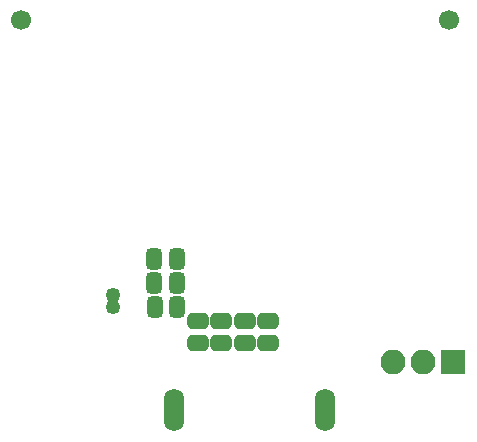
<source format=gbr>
%TF.GenerationSoftware,KiCad,Pcbnew,6.0.4-6f826c9f35~116~ubuntu20.04.1*%
%TF.CreationDate,2022-04-18T13:25:31+07:00*%
%TF.ProjectId,CH569Board,43483536-3942-46f6-9172-642e6b696361,rev?*%
%TF.SameCoordinates,Original*%
%TF.FileFunction,Soldermask,Bot*%
%TF.FilePolarity,Negative*%
%FSLAX46Y46*%
G04 Gerber Fmt 4.6, Leading zero omitted, Abs format (unit mm)*
G04 Created by KiCad (PCBNEW 6.0.4-6f826c9f35~116~ubuntu20.04.1) date 2022-04-18 13:25:31*
%MOMM*%
%LPD*%
G01*
G04 APERTURE LIST*
G04 Aperture macros list*
%AMRoundRect*
0 Rectangle with rounded corners*
0 $1 Rounding radius*
0 $2 $3 $4 $5 $6 $7 $8 $9 X,Y pos of 4 corners*
0 Add a 4 corners polygon primitive as box body*
4,1,4,$2,$3,$4,$5,$6,$7,$8,$9,$2,$3,0*
0 Add four circle primitives for the rounded corners*
1,1,$1+$1,$2,$3*
1,1,$1+$1,$4,$5*
1,1,$1+$1,$6,$7*
1,1,$1+$1,$8,$9*
0 Add four rect primitives between the rounded corners*
20,1,$1+$1,$2,$3,$4,$5,0*
20,1,$1+$1,$4,$5,$6,$7,0*
20,1,$1+$1,$6,$7,$8,$9,0*
20,1,$1+$1,$8,$9,$2,$3,0*%
G04 Aperture macros list end*
%ADD10C,1.700000*%
%ADD11RoundRect,0.200000X-0.850000X0.850000X-0.850000X-0.850000X0.850000X-0.850000X0.850000X0.850000X0*%
%ADD12O,2.100000X2.100000*%
%ADD13O,1.700000X3.600000*%
%ADD14C,1.250000*%
%ADD15O,1.250000X1.250000*%
%ADD16RoundRect,0.450000X-0.475000X0.250000X-0.475000X-0.250000X0.475000X-0.250000X0.475000X0.250000X0*%
%ADD17RoundRect,0.450000X0.250000X0.475000X-0.250000X0.475000X-0.250000X-0.475000X0.250000X-0.475000X0*%
G04 APERTURE END LIST*
D10*
%TO.C,CN1*%
X143710000Y-82390000D03*
X107510000Y-82390000D03*
%TD*%
D11*
%TO.C,J2*%
X144075000Y-111275000D03*
D12*
X141535000Y-111275000D03*
X138995000Y-111275000D03*
%TD*%
D13*
%TO.C,USB1*%
X120400000Y-115390007D03*
X133200000Y-115390007D03*
%TD*%
D14*
%TO.C,J1*%
X115275000Y-106625000D03*
D15*
X115275000Y-105625000D03*
%TD*%
D16*
%TO.C,C6*%
X126410000Y-107820000D03*
X126410000Y-109720000D03*
%TD*%
%TO.C,C8*%
X128400000Y-107820000D03*
X128400000Y-109720000D03*
%TD*%
D17*
%TO.C,C18*%
X120670000Y-102580000D03*
X118770000Y-102580000D03*
%TD*%
D16*
%TO.C,C10*%
X124430000Y-107820000D03*
X124430000Y-109720000D03*
%TD*%
D17*
%TO.C,C17*%
X120680000Y-106620000D03*
X118780000Y-106620000D03*
%TD*%
D16*
%TO.C,C9*%
X122460000Y-107810000D03*
X122460000Y-109710000D03*
%TD*%
D17*
%TO.C,C20*%
X120670000Y-104600000D03*
X118770000Y-104600000D03*
%TD*%
M02*

</source>
